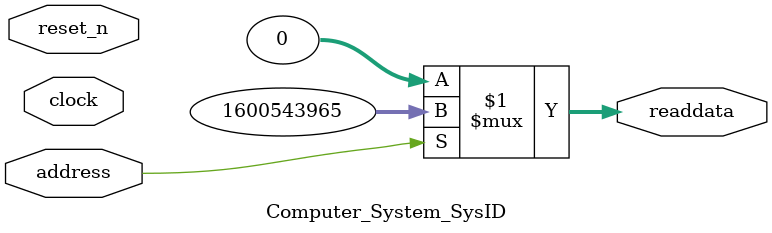
<source format=v>



// synthesis translate_off
`timescale 1ns / 1ps
// synthesis translate_on

// turn off superfluous verilog processor warnings 
// altera message_level Level1 
// altera message_off 10034 10035 10036 10037 10230 10240 10030 

module Computer_System_SysID (
               // inputs:
                address,
                clock,
                reset_n,

               // outputs:
                readdata
             )
;

  output  [ 31: 0] readdata;
  input            address;
  input            clock;
  input            reset_n;

  wire    [ 31: 0] readdata;
  //control_slave, which is an e_avalon_slave
  assign readdata = address ? 1600543965 : 0;

endmodule



</source>
